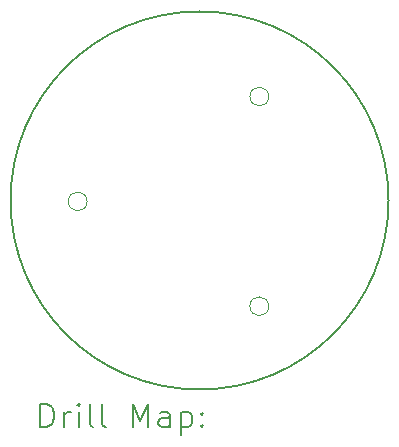
<source format=gbr>
%TF.GenerationSoftware,KiCad,Pcbnew,8.0.4*%
%TF.CreationDate,2024-09-16T16:11:01+01:00*%
%TF.ProjectId,algoritmi_motor,616c676f-7269-4746-9d69-5f6d6f746f72,rev?*%
%TF.SameCoordinates,Original*%
%TF.FileFunction,Drillmap*%
%TF.FilePolarity,Positive*%
%FSLAX45Y45*%
G04 Gerber Fmt 4.5, Leading zero omitted, Abs format (unit mm)*
G04 Created by KiCad (PCBNEW 8.0.4) date 2024-09-16 16:11:01*
%MOMM*%
%LPD*%
G01*
G04 APERTURE LIST*
%ADD10C,0.180000*%
%ADD11C,0.090000*%
%ADD12C,0.200000*%
G04 APERTURE END LIST*
D10*
X15700000Y-10034367D02*
G75*
G02*
X12500000Y-10034367I-1600000J0D01*
G01*
X12500000Y-10034367D02*
G75*
G02*
X15700000Y-10034367I1600000J0D01*
G01*
D11*
X13148468Y-10042353D02*
G75*
G02*
X12988468Y-10042353I-80000J0D01*
G01*
X12988468Y-10042353D02*
G75*
G02*
X13148468Y-10042353I80000J0D01*
G01*
X14686136Y-9154774D02*
G75*
G02*
X14526136Y-9154774I-80000J0D01*
G01*
X14526136Y-9154774D02*
G75*
G02*
X14686136Y-9154774I80000J0D01*
G01*
X14685633Y-10930222D02*
G75*
G02*
X14525633Y-10930222I-80000J0D01*
G01*
X14525633Y-10930222D02*
G75*
G02*
X14685633Y-10930222I80000J0D01*
G01*
D12*
X12751777Y-11954851D02*
X12751777Y-11754851D01*
X12751777Y-11754851D02*
X12799396Y-11754851D01*
X12799396Y-11754851D02*
X12827967Y-11764375D01*
X12827967Y-11764375D02*
X12847015Y-11783422D01*
X12847015Y-11783422D02*
X12856539Y-11802470D01*
X12856539Y-11802470D02*
X12866062Y-11840565D01*
X12866062Y-11840565D02*
X12866062Y-11869137D01*
X12866062Y-11869137D02*
X12856539Y-11907232D01*
X12856539Y-11907232D02*
X12847015Y-11926280D01*
X12847015Y-11926280D02*
X12827967Y-11945327D01*
X12827967Y-11945327D02*
X12799396Y-11954851D01*
X12799396Y-11954851D02*
X12751777Y-11954851D01*
X12951777Y-11954851D02*
X12951777Y-11821518D01*
X12951777Y-11859613D02*
X12961301Y-11840565D01*
X12961301Y-11840565D02*
X12970824Y-11831041D01*
X12970824Y-11831041D02*
X12989872Y-11821518D01*
X12989872Y-11821518D02*
X13008920Y-11821518D01*
X13075586Y-11954851D02*
X13075586Y-11821518D01*
X13075586Y-11754851D02*
X13066062Y-11764375D01*
X13066062Y-11764375D02*
X13075586Y-11773899D01*
X13075586Y-11773899D02*
X13085110Y-11764375D01*
X13085110Y-11764375D02*
X13075586Y-11754851D01*
X13075586Y-11754851D02*
X13075586Y-11773899D01*
X13199396Y-11954851D02*
X13180348Y-11945327D01*
X13180348Y-11945327D02*
X13170824Y-11926280D01*
X13170824Y-11926280D02*
X13170824Y-11754851D01*
X13304158Y-11954851D02*
X13285110Y-11945327D01*
X13285110Y-11945327D02*
X13275586Y-11926280D01*
X13275586Y-11926280D02*
X13275586Y-11754851D01*
X13532729Y-11954851D02*
X13532729Y-11754851D01*
X13532729Y-11754851D02*
X13599396Y-11897708D01*
X13599396Y-11897708D02*
X13666062Y-11754851D01*
X13666062Y-11754851D02*
X13666062Y-11954851D01*
X13847015Y-11954851D02*
X13847015Y-11850089D01*
X13847015Y-11850089D02*
X13837491Y-11831041D01*
X13837491Y-11831041D02*
X13818443Y-11821518D01*
X13818443Y-11821518D02*
X13780348Y-11821518D01*
X13780348Y-11821518D02*
X13761301Y-11831041D01*
X13847015Y-11945327D02*
X13827967Y-11954851D01*
X13827967Y-11954851D02*
X13780348Y-11954851D01*
X13780348Y-11954851D02*
X13761301Y-11945327D01*
X13761301Y-11945327D02*
X13751777Y-11926280D01*
X13751777Y-11926280D02*
X13751777Y-11907232D01*
X13751777Y-11907232D02*
X13761301Y-11888184D01*
X13761301Y-11888184D02*
X13780348Y-11878661D01*
X13780348Y-11878661D02*
X13827967Y-11878661D01*
X13827967Y-11878661D02*
X13847015Y-11869137D01*
X13942253Y-11821518D02*
X13942253Y-12021518D01*
X13942253Y-11831041D02*
X13961301Y-11821518D01*
X13961301Y-11821518D02*
X13999396Y-11821518D01*
X13999396Y-11821518D02*
X14018443Y-11831041D01*
X14018443Y-11831041D02*
X14027967Y-11840565D01*
X14027967Y-11840565D02*
X14037491Y-11859613D01*
X14037491Y-11859613D02*
X14037491Y-11916756D01*
X14037491Y-11916756D02*
X14027967Y-11935803D01*
X14027967Y-11935803D02*
X14018443Y-11945327D01*
X14018443Y-11945327D02*
X13999396Y-11954851D01*
X13999396Y-11954851D02*
X13961301Y-11954851D01*
X13961301Y-11954851D02*
X13942253Y-11945327D01*
X14123205Y-11935803D02*
X14132729Y-11945327D01*
X14132729Y-11945327D02*
X14123205Y-11954851D01*
X14123205Y-11954851D02*
X14113682Y-11945327D01*
X14113682Y-11945327D02*
X14123205Y-11935803D01*
X14123205Y-11935803D02*
X14123205Y-11954851D01*
X14123205Y-11831041D02*
X14132729Y-11840565D01*
X14132729Y-11840565D02*
X14123205Y-11850089D01*
X14123205Y-11850089D02*
X14113682Y-11840565D01*
X14113682Y-11840565D02*
X14123205Y-11831041D01*
X14123205Y-11831041D02*
X14123205Y-11850089D01*
M02*

</source>
